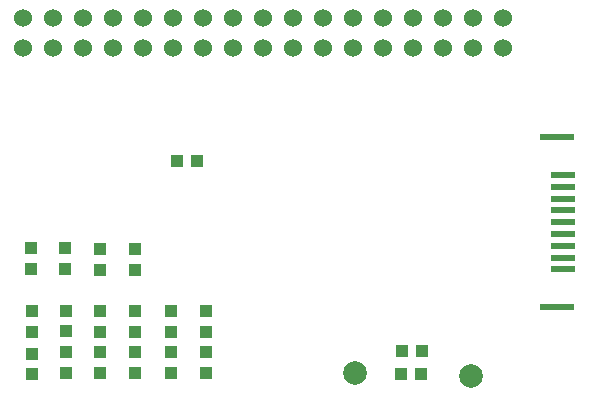
<source format=gbp>
G04 #@! TF.GenerationSoftware,KiCad,Pcbnew,(5.0.2)-1*
G04 #@! TF.CreationDate,2018-12-31T23:20:10+09:00*
G04 #@! TF.ProjectId,hdmi,68646d69-2e6b-4696-9361-645f70636258,rev?*
G04 #@! TF.SameCoordinates,Original*
G04 #@! TF.FileFunction,Paste,Bot*
G04 #@! TF.FilePolarity,Positive*
%FSLAX46Y46*%
G04 Gerber Fmt 4.6, Leading zero omitted, Abs format (unit mm)*
G04 Created by KiCad (PCBNEW (5.0.2)-1) date 2018/12/31 23:20:10*
%MOMM*%
%LPD*%
G01*
G04 APERTURE LIST*
%ADD10R,1.079500X1.049020*%
%ADD11R,2.000000X0.600000*%
%ADD12R,3.000000X0.600000*%
%ADD13C,1.524000*%
%ADD14R,1.049020X1.079500*%
%ADD15C,2.000000*%
G04 APERTURE END LIST*
D10*
G04 #@! TO.C,RX3*
X103000000Y-126126240D03*
X103000000Y-127873760D03*
G04 #@! TD*
D11*
G04 #@! TO.C,J2*
X148000000Y-111000000D03*
X148000000Y-112000000D03*
X148000000Y-113000000D03*
X148000000Y-114000000D03*
X148000000Y-115000000D03*
X148000000Y-116000000D03*
X148000000Y-117000000D03*
X148000000Y-118000000D03*
X148000000Y-119000000D03*
D12*
X147500000Y-107800000D03*
X147500000Y-122200000D03*
G04 #@! TD*
D13*
G04 #@! TO.C,J1*
X102280000Y-100270000D03*
X102280000Y-97730000D03*
X104820000Y-100270000D03*
X104820000Y-97730000D03*
X107360000Y-100270000D03*
X107360000Y-97730000D03*
X109900000Y-100270000D03*
X109900000Y-97730000D03*
X112440000Y-100270000D03*
X112440000Y-97730000D03*
X114980000Y-100270000D03*
X114980000Y-97730000D03*
X117520000Y-100270000D03*
X117520000Y-97730000D03*
X120060000Y-100270000D03*
X120060000Y-97730000D03*
X122600000Y-100270000D03*
X122600000Y-97730000D03*
X125140000Y-100270000D03*
X125140000Y-97730000D03*
X127680000Y-100270000D03*
X127680000Y-97730000D03*
X130220000Y-100270000D03*
X130220000Y-97730000D03*
X132760000Y-100270000D03*
X132760000Y-97730000D03*
X135300000Y-100270000D03*
X135300000Y-97730000D03*
X137840000Y-100270000D03*
X137840000Y-97730000D03*
X140380000Y-100270000D03*
X140380000Y-97730000D03*
X142920000Y-100270000D03*
X142920000Y-97730000D03*
G04 #@! TD*
D10*
G04 #@! TO.C,R1*
X103000000Y-124273760D03*
X103000000Y-122526240D03*
G04 #@! TD*
G04 #@! TO.C,R2*
X105900000Y-124247760D03*
X105900000Y-122500240D03*
G04 #@! TD*
G04 #@! TO.C,R3*
X108800000Y-127747760D03*
X108800000Y-126000240D03*
G04 #@! TD*
G04 #@! TO.C,R4*
X111800000Y-122526240D03*
X111800000Y-124273760D03*
G04 #@! TD*
G04 #@! TO.C,R5*
X114800000Y-127773760D03*
X114800000Y-126026240D03*
G04 #@! TD*
G04 #@! TO.C,R6*
X117800000Y-122526240D03*
X117800000Y-124273760D03*
G04 #@! TD*
D14*
G04 #@! TO.C,R7*
X117033760Y-109810000D03*
X115286240Y-109810000D03*
G04 #@! TD*
G04 #@! TO.C,RX1*
X136073760Y-125900000D03*
X134326240Y-125900000D03*
G04 #@! TD*
G04 #@! TO.C,RX2*
X134246240Y-127820000D03*
X135993760Y-127820000D03*
G04 #@! TD*
D10*
G04 #@! TO.C,RX4*
X105900000Y-126026240D03*
X105900000Y-127773760D03*
G04 #@! TD*
G04 #@! TO.C,RX5*
X111720000Y-117286240D03*
X111720000Y-119033760D03*
G04 #@! TD*
G04 #@! TO.C,RX6*
X108800000Y-122526240D03*
X108800000Y-124273760D03*
G04 #@! TD*
G04 #@! TO.C,RX7*
X111800000Y-127773760D03*
X111800000Y-126026240D03*
G04 #@! TD*
G04 #@! TO.C,RX8*
X114800000Y-124273760D03*
X114800000Y-122526240D03*
G04 #@! TD*
G04 #@! TO.C,RX9*
X117800000Y-127773760D03*
X117800000Y-126026240D03*
G04 #@! TD*
G04 #@! TO.C,RX10*
X108790000Y-117266240D03*
X108790000Y-119013760D03*
G04 #@! TD*
G04 #@! TO.C,RX11*
X105850000Y-117226240D03*
X105850000Y-118973760D03*
G04 #@! TD*
G04 #@! TO.C,RX12*
X102990000Y-118963760D03*
X102990000Y-117216240D03*
G04 #@! TD*
D15*
G04 #@! TO.C,TP1*
X130400000Y-127800000D03*
G04 #@! TD*
G04 #@! TO.C,TP2*
X140200000Y-128000000D03*
G04 #@! TD*
M02*

</source>
